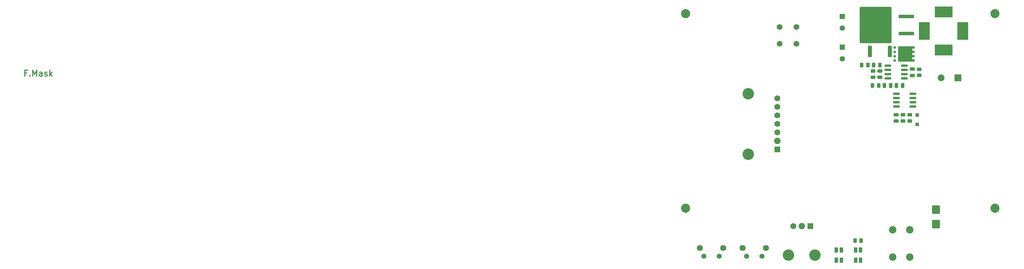
<source format=gbr>
%TF.GenerationSoftware,KiCad,Pcbnew,8.0.8-8.0.8-0~ubuntu22.04.1*%
%TF.CreationDate,2025-01-15T16:30:14-08:00*%
%TF.ProjectId,NX-J401-Adapter,4e582d4a-3430-4312-9d41-646170746572,4*%
%TF.SameCoordinates,Original*%
%TF.FileFunction,Soldermask,Top*%
%TF.FilePolarity,Negative*%
%FSLAX46Y46*%
G04 Gerber Fmt 4.6, Leading zero omitted, Abs format (unit mm)*
G04 Created by KiCad (PCBNEW 8.0.8-8.0.8-0~ubuntu22.04.1) date 2025-01-15 16:30:14*
%MOMM*%
%LPD*%
G01*
G04 APERTURE LIST*
G04 Aperture macros list*
%AMRoundRect*
0 Rectangle with rounded corners*
0 $1 Rounding radius*
0 $2 $3 $4 $5 $6 $7 $8 $9 X,Y pos of 4 corners*
0 Add a 4 corners polygon primitive as box body*
4,1,4,$2,$3,$4,$5,$6,$7,$8,$9,$2,$3,0*
0 Add four circle primitives for the rounded corners*
1,1,$1+$1,$2,$3*
1,1,$1+$1,$4,$5*
1,1,$1+$1,$6,$7*
1,1,$1+$1,$8,$9*
0 Add four rect primitives between the rounded corners*
20,1,$1+$1,$2,$3,$4,$5,0*
20,1,$1+$1,$4,$5,$6,$7,0*
20,1,$1+$1,$6,$7,$8,$9,0*
20,1,$1+$1,$8,$9,$2,$3,0*%
%AMFreePoly0*
4,1,18,2.145000,-2.250000,-2.145000,-2.250000,-2.805000,-2.250000,-2.805000,-1.590000,-2.145000,-1.590000,-2.145000,-0.970000,-2.805000,-0.970000,-2.805000,-0.310000,-2.145000,-0.310000,-2.145000,0.310000,-2.805000,0.310000,-2.805000,0.970000,-2.145000,0.970000,-2.145000,1.590000,-2.805000,1.590000,-2.805000,2.250000,2.145000,2.250000,2.145000,-2.250000,2.145000,-2.250000,$1*%
G04 Aperture macros list end*
%ADD10C,0.300000*%
%ADD11RoundRect,0.250000X2.050000X0.300000X-2.050000X0.300000X-2.050000X-0.300000X2.050000X-0.300000X0*%
%ADD12RoundRect,0.250002X4.449998X5.149998X-4.449998X5.149998X-4.449998X-5.149998X4.449998X-5.149998X0*%
%ADD13R,0.750000X0.660000*%
%ADD14FreePoly0,180.000000*%
%ADD15C,2.700000*%
%ADD16RoundRect,0.250000X-0.450000X0.262500X-0.450000X-0.262500X0.450000X-0.262500X0.450000X0.262500X0*%
%ADD17R,1.090000X1.500000*%
%ADD18R,1.600000X1.600000*%
%ADD19C,1.600000*%
%ADD20C,1.498600*%
%ADD21C,1.803400*%
%ADD22RoundRect,0.250000X-0.475000X0.250000X-0.475000X-0.250000X0.475000X-0.250000X0.475000X0.250000X0*%
%ADD23C,2.200000*%
%ADD24RoundRect,0.250000X0.450000X-0.262500X0.450000X0.262500X-0.450000X0.262500X-0.450000X-0.262500X0*%
%ADD25RoundRect,0.250000X0.262500X0.450000X-0.262500X0.450000X-0.262500X-0.450000X0.262500X-0.450000X0*%
%ADD26C,3.400000*%
%ADD27R,1.778000X1.778000*%
%ADD28C,1.905000*%
%ADD29C,1.778000*%
%ADD30RoundRect,0.150000X0.825000X0.150000X-0.825000X0.150000X-0.825000X-0.150000X0.825000X-0.150000X0*%
%ADD31RoundRect,0.250000X0.900000X-1.000000X0.900000X1.000000X-0.900000X1.000000X-0.900000X-1.000000X0*%
%ADD32RoundRect,0.250000X-0.262500X-0.450000X0.262500X-0.450000X0.262500X0.450000X-0.262500X0.450000X0*%
%ADD33R,2.000000X2.000000*%
%ADD34C,2.000000*%
%ADD35RoundRect,0.250000X0.300000X-0.300000X0.300000X0.300000X-0.300000X0.300000X-0.300000X-0.300000X0*%
%ADD36C,1.701800*%
%ADD37RoundRect,0.150000X-0.825000X-0.150000X0.825000X-0.150000X0.825000X0.150000X-0.825000X0.150000X0*%
%ADD38RoundRect,0.250000X-0.362500X-1.425000X0.362500X-1.425000X0.362500X1.425000X-0.362500X1.425000X0*%
%ADD39RoundRect,0.250000X0.250000X0.475000X-0.250000X0.475000X-0.250000X-0.475000X0.250000X-0.475000X0*%
%ADD40RoundRect,0.250000X-0.250000X-0.475000X0.250000X-0.475000X0.250000X0.475000X-0.250000X0.475000X0*%
%ADD41R,3.265000X5.210000*%
%ADD42R,5.210000X3.275000*%
G04 APERTURE END LIST*
D10*
X33217368Y-101705474D02*
X32624701Y-101705474D01*
X32624701Y-102636807D02*
X32624701Y-100858807D01*
X32624701Y-100858807D02*
X33471368Y-100858807D01*
X34148701Y-102467474D02*
X34233368Y-102552141D01*
X34233368Y-102552141D02*
X34148701Y-102636807D01*
X34148701Y-102636807D02*
X34064034Y-102552141D01*
X34064034Y-102552141D02*
X34148701Y-102467474D01*
X34148701Y-102467474D02*
X34148701Y-102636807D01*
X34995368Y-102636807D02*
X34995368Y-100858807D01*
X34995368Y-100858807D02*
X35588035Y-102128807D01*
X35588035Y-102128807D02*
X36180701Y-100858807D01*
X36180701Y-100858807D02*
X36180701Y-102636807D01*
X37789368Y-102636807D02*
X37789368Y-101705474D01*
X37789368Y-101705474D02*
X37704701Y-101536141D01*
X37704701Y-101536141D02*
X37535368Y-101451474D01*
X37535368Y-101451474D02*
X37196701Y-101451474D01*
X37196701Y-101451474D02*
X37027368Y-101536141D01*
X37789368Y-102552141D02*
X37620035Y-102636807D01*
X37620035Y-102636807D02*
X37196701Y-102636807D01*
X37196701Y-102636807D02*
X37027368Y-102552141D01*
X37027368Y-102552141D02*
X36942701Y-102382807D01*
X36942701Y-102382807D02*
X36942701Y-102213474D01*
X36942701Y-102213474D02*
X37027368Y-102044141D01*
X37027368Y-102044141D02*
X37196701Y-101959474D01*
X37196701Y-101959474D02*
X37620035Y-101959474D01*
X37620035Y-101959474D02*
X37789368Y-101874807D01*
X38551368Y-102552141D02*
X38720702Y-102636807D01*
X38720702Y-102636807D02*
X39059368Y-102636807D01*
X39059368Y-102636807D02*
X39228702Y-102552141D01*
X39228702Y-102552141D02*
X39313368Y-102382807D01*
X39313368Y-102382807D02*
X39313368Y-102298141D01*
X39313368Y-102298141D02*
X39228702Y-102128807D01*
X39228702Y-102128807D02*
X39059368Y-102044141D01*
X39059368Y-102044141D02*
X38805368Y-102044141D01*
X38805368Y-102044141D02*
X38636035Y-101959474D01*
X38636035Y-101959474D02*
X38551368Y-101790141D01*
X38551368Y-101790141D02*
X38551368Y-101705474D01*
X38551368Y-101705474D02*
X38636035Y-101536141D01*
X38636035Y-101536141D02*
X38805368Y-101451474D01*
X38805368Y-101451474D02*
X39059368Y-101451474D01*
X39059368Y-101451474D02*
X39228702Y-101536141D01*
X40075368Y-102636807D02*
X40075368Y-100858807D01*
X40244701Y-101959474D02*
X40752701Y-102636807D01*
X40752701Y-101451474D02*
X40075368Y-102128807D01*
D11*
%TO.C,D1*%
X294640000Y-89916000D03*
D12*
X285490000Y-87376000D03*
D11*
X294640000Y-84836000D03*
%TD*%
D13*
%TO.C,Q1*%
X291195000Y-94092000D03*
X291195000Y-95372000D03*
X291195000Y-96652000D03*
X291195000Y-97932000D03*
D14*
X294265000Y-96012000D03*
%TD*%
D15*
%TO.C,H1*%
X229000000Y-84000000D03*
%TD*%
D16*
%TO.C,R8*%
X295656000Y-114149500D03*
X295656000Y-115974500D03*
%TD*%
D17*
%TO.C,D5*%
X281027000Y-154432000D03*
X281027000Y-157432000D03*
X279527000Y-154432000D03*
X279527000Y-157432000D03*
%TD*%
D18*
%TO.C,C2*%
X275590000Y-93980000D03*
D19*
X275590000Y-97480000D03*
%TD*%
D20*
%TO.C,SW1*%
X234478000Y-156285700D03*
X238978001Y-156285700D03*
D21*
X233228001Y-153785824D03*
X240228000Y-153785824D03*
%TD*%
D22*
%TO.C,C8*%
X291592000Y-114112000D03*
X291592000Y-116012000D03*
%TD*%
D18*
%TO.C,C1*%
X275590000Y-84785200D03*
D19*
X275590000Y-88285200D03*
%TD*%
D23*
%TO.C,J4*%
X290601400Y-148365600D03*
X290601400Y-156565600D03*
X295681400Y-148365600D03*
X295681400Y-156565600D03*
%TD*%
D24*
%TO.C,R5*%
X284708600Y-102918900D03*
X284708600Y-101093900D03*
%TD*%
D25*
%TO.C,R2*%
X283182700Y-99288600D03*
X281357700Y-99288600D03*
%TD*%
D26*
%TO.C,J3*%
X267465000Y-155960000D03*
X259585000Y-155960000D03*
D27*
X266065000Y-147320000D03*
D28*
X263525000Y-147320000D03*
D29*
X260985000Y-147320000D03*
%TD*%
D30*
%TO.C,Q2*%
X296607000Y-111633000D03*
X296607000Y-110363000D03*
X296607000Y-109093000D03*
X296607000Y-107823000D03*
X291657000Y-107823000D03*
X291657000Y-109093000D03*
X291657000Y-110363000D03*
X291657000Y-111633000D03*
%TD*%
D20*
%TO.C,SW2*%
X247178000Y-156285700D03*
X251678001Y-156285700D03*
D21*
X245928001Y-153785824D03*
X252928000Y-153785824D03*
%TD*%
D31*
%TO.C,D3*%
X303403000Y-146676000D03*
X303403000Y-142376000D03*
%TD*%
D24*
%TO.C,R4*%
X298450000Y-102385540D03*
X298450000Y-100560540D03*
%TD*%
D26*
%TO.C,J2*%
X247632500Y-125860000D03*
X247632500Y-107820000D03*
D27*
X256272500Y-124460000D03*
D28*
X256272500Y-121920000D03*
D29*
X256272500Y-119380000D03*
X256272500Y-116840000D03*
X256272500Y-114300000D03*
X256272500Y-111760000D03*
X256272500Y-109220000D03*
%TD*%
D32*
%TO.C,R9*%
X279376500Y-151663400D03*
X281201500Y-151663400D03*
%TD*%
D15*
%TO.C,H3*%
X229000000Y-142000000D03*
%TD*%
D33*
%TO.C,C5*%
X309961677Y-103124000D03*
D34*
X304961677Y-103124000D03*
%TD*%
D35*
%TO.C,D2*%
X297815000Y-116970000D03*
X297815000Y-114170000D03*
%TD*%
D36*
%TO.C,J1*%
X256946400Y-87981800D03*
X256946400Y-92981800D03*
X261946400Y-87981800D03*
X261946400Y-92981800D03*
%TD*%
D37*
%TO.C,U1*%
X289117000Y-99441000D03*
X289117000Y-100711000D03*
X289117000Y-101981000D03*
X289117000Y-103251000D03*
X294067000Y-103251000D03*
X294067000Y-101981000D03*
X294067000Y-100711000D03*
X294067000Y-99441000D03*
%TD*%
D32*
%TO.C,R6*%
X284583500Y-105410000D03*
X286408500Y-105410000D03*
%TD*%
D38*
%TO.C,R1*%
X283803500Y-95250000D03*
X289728500Y-95250000D03*
%TD*%
D32*
%TO.C,R3*%
X284915600Y-99288600D03*
X286740600Y-99288600D03*
%TD*%
D39*
%TO.C,C6*%
X290002000Y-105410000D03*
X288102000Y-105410000D03*
%TD*%
D15*
%TO.C,H2*%
X320999480Y-84000000D03*
%TD*%
D22*
%TO.C,C4*%
X286740600Y-101056400D03*
X286740600Y-102956400D03*
%TD*%
D40*
%TO.C,C7*%
X291658000Y-105410000D03*
X293558000Y-105410000D03*
%TD*%
D24*
%TO.C,R7*%
X293624000Y-115974500D03*
X293624000Y-114149500D03*
%TD*%
D41*
%TO.C,L1*%
X311427500Y-89154000D03*
X299962500Y-89154000D03*
D42*
X305695000Y-94831500D03*
X305695000Y-83476500D03*
%TD*%
D17*
%TO.C,D4*%
X275312000Y-154432000D03*
X275312000Y-157432000D03*
X273812000Y-154432000D03*
X273812000Y-157432000D03*
%TD*%
D15*
%TO.C,H4*%
X320999480Y-142000000D03*
%TD*%
D22*
%TO.C,C3*%
X296418000Y-100523040D03*
X296418000Y-102423040D03*
%TD*%
M02*

</source>
